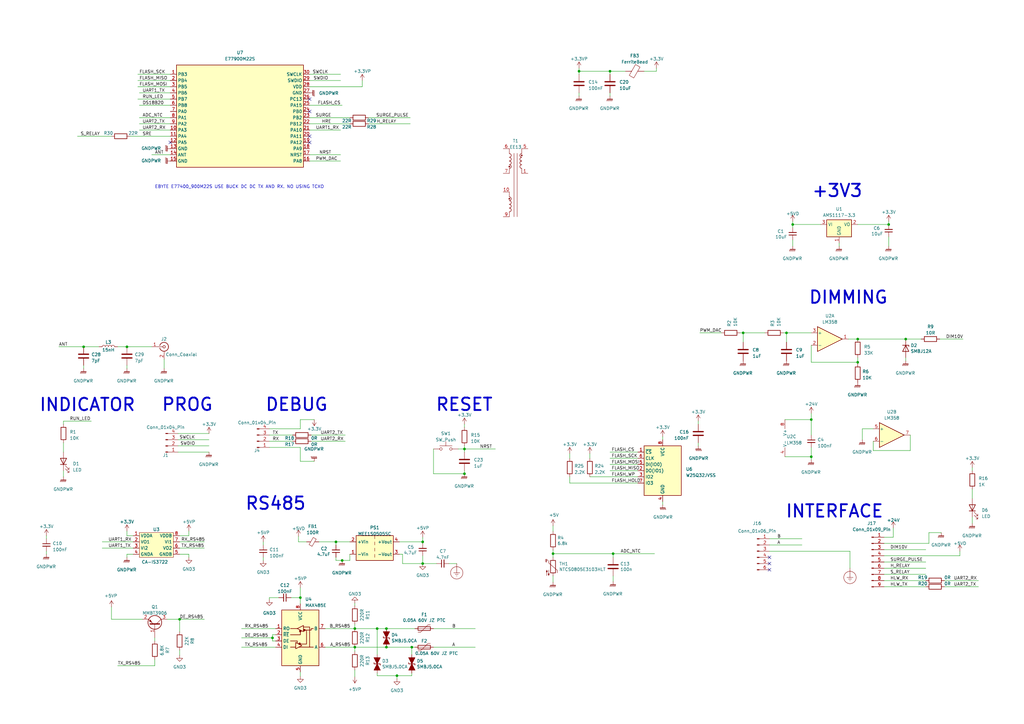
<source format=kicad_sch>
(kicad_sch (version 20230121) (generator eeschema)
  (paper "A3")
  (junction (at 34.29 142.24))
  (junction (at 145.542 265.43))
  (junction (at 226.822 227.076))
  (junction (at 154.686 257.81))
  (junction (at 190.5 184.15))
  (junction (at 332.74 187.325))
  (junction (at 158.496 265.43))
  (junction (at 162.814 277.114))
  (junction (at 351.79 148.59))
  (junction (at 52.07 142.24))
  (junction (at 332.74 172.085))
  (junction (at 364.49 92.075))
  (junction (at 145.542 257.81))
  (junction (at 111.76 261.62))
  (junction (at 190.5 194.31))
  (junction (at 237.49 29.21))
  (junction (at 251.46 227.076))
  (junction (at 351.79 139.065))
  (junction (at 371.475 139.065))
  (junction (at 250.19 29.21))
  (junction (at 304.8 136.525))
  (junction (at 173.355 231.14))
  (junction (at 173.355 222.25))
  (junction (at 158.496 257.81))
  (junction (at 140.335 229.87))
  (junction (at 73.66 254))
  (junction (at 168.91 265.43))
  (junction (at 325.12 92.075))
  (junction (at 322.58 136.525))
  (junction (at 137.795 222.25))
  (junction (at 123.19 245.11))
  (no_connect (at 127 40.64))
  (no_connect (at 127 45.72))
  (no_connect (at 127 58.42))
  (no_connect (at 127 55.88))
  (no_connect (at 315.595 233.68))
  (no_connect (at 315.595 231.14))
  (no_connect (at 69.85 58.42))
  (no_connect (at 315.595 228.6))
  (wire (pts (xy 151.13 50.8) (xy 168.275 50.8)))
  (wire (pts (xy 41.91 222.25) (xy 54.61 222.25)))
  (wire (pts (xy 63.5 262.89) (xy 63.5 261.62)))
  (wire (pts (xy 54.61 219.71) (xy 52.07 219.71)))
  (wire (pts (xy 177.8 194.31) (xy 190.5 194.31)))
  (wire (pts (xy 127.635 178.435) (xy 141.605 178.435)))
  (wire (pts (xy 73.025 177.8) (xy 85.725 177.8)))
  (wire (pts (xy 127 50.8) (xy 143.51 50.8)))
  (wire (pts (xy 111.76 260.35) (xy 111.76 261.62)))
  (wire (pts (xy 69.85 55.88) (xy 53.34 55.88)))
  (wire (pts (xy 287.02 136.525) (xy 295.91 136.525)))
  (wire (pts (xy 237.49 29.21) (xy 237.49 30.48)))
  (wire (pts (xy 119.38 245.11) (xy 123.19 245.11)))
  (wire (pts (xy 56.515 30.48) (xy 69.85 30.48)))
  (wire (pts (xy 145.542 256.032) (xy 145.542 257.81)))
  (wire (pts (xy 398.78 191.77) (xy 398.78 193.04)))
  (wire (pts (xy 57.15 43.18) (xy 69.85 43.18)))
  (wire (pts (xy 123.19 241.046) (xy 123.19 245.11)))
  (wire (pts (xy 128.905 189.23) (xy 123.19 189.23)))
  (wire (pts (xy 168.91 277.114) (xy 168.91 276.098)))
  (wire (pts (xy 250.19 185.42) (xy 261.62 185.42)))
  (wire (pts (xy 162.814 277.114) (xy 162.814 278.384)))
  (wire (pts (xy 154.686 276.098) (xy 154.686 277.114)))
  (wire (pts (xy 19.05 226.06) (xy 19.05 227.33)))
  (wire (pts (xy 111.76 262.89) (xy 113.03 262.89)))
  (wire (pts (xy 68.58 254) (xy 73.66 254)))
  (wire (pts (xy 165.1 227.33) (xy 165.1 231.14)))
  (wire (pts (xy 237.49 27.94) (xy 237.49 29.21)))
  (wire (pts (xy 162.814 277.114) (xy 168.91 277.114)))
  (wire (pts (xy 304.8 136.525) (xy 313.69 136.525)))
  (wire (pts (xy 41.91 224.79) (xy 54.61 224.79)))
  (wire (pts (xy 128.905 172.085) (xy 123.19 172.085)))
  (wire (pts (xy 190.5 184.15) (xy 190.5 185.42)))
  (wire (pts (xy 127 63.5) (xy 139.7 63.5)))
  (wire (pts (xy 26.035 173.99) (xy 26.035 172.72)))
  (wire (pts (xy 325.12 98.425) (xy 325.12 100.965)))
  (wire (pts (xy 140.335 43.18) (xy 127 43.18)))
  (wire (pts (xy 173.355 220.345) (xy 173.355 222.25)))
  (wire (pts (xy 73.66 266.7) (xy 73.66 268.732)))
  (wire (pts (xy 57.15 38.1) (xy 69.85 38.1)))
  (wire (pts (xy 381 218.44) (xy 381 222.885)))
  (wire (pts (xy 26.035 181.61) (xy 26.035 185.42)))
  (wire (pts (xy 77.47 217.805) (xy 77.47 219.71)))
  (wire (pts (xy 123.19 189.23) (xy 123.19 183.515)))
  (wire (pts (xy 73.66 254) (xy 73.66 259.08)))
  (wire (pts (xy 52.07 219.71) (xy 52.07 217.805)))
  (wire (pts (xy 351.79 92.075) (xy 364.49 92.075)))
  (wire (pts (xy 332.74 187.325) (xy 332.74 188.595)))
  (wire (pts (xy 177.8 265.43) (xy 194.945 265.43)))
  (wire (pts (xy 250.19 187.96) (xy 261.62 187.96)))
  (wire (pts (xy 358.14 184.785) (xy 373.38 184.785)))
  (wire (pts (xy 154.686 257.81) (xy 154.686 268.478)))
  (wire (pts (xy 362.585 230.505) (xy 379.73 230.505)))
  (wire (pts (xy 52.07 149.86) (xy 52.07 151.13)))
  (wire (pts (xy 19.05 219.71) (xy 19.05 220.98)))
  (wire (pts (xy 226.822 215.646) (xy 226.822 217.932)))
  (wire (pts (xy 48.26 273.05) (xy 63.5 273.05)))
  (wire (pts (xy 332.74 183.515) (xy 332.74 187.325)))
  (wire (pts (xy 371.475 139.065) (xy 377.825 139.065)))
  (wire (pts (xy 158.496 257.81) (xy 170.18 257.81)))
  (wire (pts (xy 226.822 227.076) (xy 251.46 227.076)))
  (wire (pts (xy 233.68 186.055) (xy 233.68 187.96)))
  (wire (pts (xy 137.795 228.6) (xy 137.795 229.87)))
  (wire (pts (xy 168.275 48.26) (xy 151.13 48.26)))
  (wire (pts (xy 269.24 27.94) (xy 269.24 29.21)))
  (wire (pts (xy 250.19 38.1) (xy 250.19 39.37)))
  (wire (pts (xy 362.585 235.585) (xy 379.73 235.585)))
  (wire (pts (xy 177.8 184.15) (xy 177.8 194.31)))
  (wire (pts (xy 110.49 245.11) (xy 110.49 245.872)))
  (wire (pts (xy 190.5 182.88) (xy 190.5 184.15)))
  (wire (pts (xy 315.595 226.06) (xy 348.615 226.06)))
  (wire (pts (xy 173.355 222.25) (xy 173.355 222.885)))
  (wire (pts (xy 73.025 180.34) (xy 85.725 180.34)))
  (wire (pts (xy 73.025 182.88) (xy 85.725 182.88)))
  (wire (pts (xy 190.5 184.15) (xy 203.2 184.15)))
  (wire (pts (xy 304.8 140.335) (xy 304.8 136.525)))
  (wire (pts (xy 31.75 55.88) (xy 45.72 55.88)))
  (wire (pts (xy 271.78 179.07) (xy 271.78 180.34)))
  (wire (pts (xy 143.51 229.87) (xy 143.51 227.33)))
  (wire (pts (xy 351.79 148.59) (xy 351.79 149.225)))
  (wire (pts (xy 190.5 193.04) (xy 190.5 194.31)))
  (wire (pts (xy 34.29 149.86) (xy 34.29 151.13)))
  (wire (pts (xy 250.19 29.21) (xy 256.54 29.21)))
  (wire (pts (xy 251.46 227.076) (xy 268.478 227.076)))
  (wire (pts (xy 52.07 227.33) (xy 52.07 228.6)))
  (wire (pts (xy 140.335 229.87) (xy 143.51 229.87)))
  (wire (pts (xy 110.49 178.435) (xy 120.015 178.435)))
  (wire (pts (xy 110.49 183.515) (xy 123.19 183.515)))
  (wire (pts (xy 99.06 265.43) (xy 113.03 265.43)))
  (wire (pts (xy 373.38 184.785) (xy 373.38 178.435)))
  (wire (pts (xy 56.515 35.56) (xy 69.85 35.56)))
  (wire (pts (xy 173.355 231.14) (xy 179.07 231.14)))
  (wire (pts (xy 362.585 233.045) (xy 379.73 233.045)))
  (wire (pts (xy 145.542 265.43) (xy 158.496 265.43)))
  (wire (pts (xy 168.91 265.43) (xy 168.91 268.478)))
  (wire (pts (xy 122.428 222.25) (xy 122.428 219.964)))
  (wire (pts (xy 107.95 228.6) (xy 107.95 229.87)))
  (wire (pts (xy 145.542 265.43) (xy 145.542 267.208)))
  (wire (pts (xy 110.49 175.895) (xy 123.19 175.895)))
  (wire (pts (xy 130.81 222.25) (xy 137.795 222.25)))
  (wire (pts (xy 325.12 92.075) (xy 336.55 92.075)))
  (wire (pts (xy 332.74 169.545) (xy 332.74 172.085)))
  (wire (pts (xy 34.29 142.24) (xy 40.64 142.24)))
  (wire (pts (xy 322.58 136.525) (xy 321.31 136.525)))
  (wire (pts (xy 358.14 180.975) (xy 358.14 184.785)))
  (wire (pts (xy 99.06 257.81) (xy 113.03 257.81)))
  (wire (pts (xy 52.07 142.24) (xy 62.23 142.24)))
  (wire (pts (xy 344.17 99.695) (xy 344.17 100.965)))
  (wire (pts (xy 63.5 273.05) (xy 63.5 270.51)))
  (wire (pts (xy 127.635 180.975) (xy 141.605 180.975)))
  (wire (pts (xy 269.24 29.21) (xy 264.16 29.21)))
  (wire (pts (xy 353.695 175.895) (xy 353.695 180.34)))
  (wire (pts (xy 386.08 218.44) (xy 381 218.44)))
  (wire (pts (xy 73.66 219.71) (xy 77.47 219.71)))
  (wire (pts (xy 148.59 35.56) (xy 148.59 33.02)))
  (wire (pts (xy 110.49 180.975) (xy 120.015 180.975)))
  (wire (pts (xy 332.74 148.59) (xy 351.79 148.59)))
  (wire (pts (xy 45.72 254) (xy 58.42 254)))
  (wire (pts (xy 251.46 236.22) (xy 251.46 238.506)))
  (wire (pts (xy 62.23 63.5) (xy 69.85 63.5)))
  (wire (pts (xy 347.98 139.065) (xy 351.79 139.065)))
  (wire (pts (xy 398.78 200.66) (xy 398.78 204.47)))
  (wire (pts (xy 325.12 92.075) (xy 325.12 93.345)))
  (wire (pts (xy 187.96 184.15) (xy 190.5 184.15)))
  (wire (pts (xy 168.91 265.43) (xy 158.496 265.43)))
  (wire (pts (xy 364.49 97.155) (xy 364.49 100.965)))
  (wire (pts (xy 190.5 173.99) (xy 190.5 175.26)))
  (wire (pts (xy 250.19 29.21) (xy 250.19 30.48)))
  (wire (pts (xy 250.19 190.5) (xy 261.62 190.5)))
  (wire (pts (xy 77.47 227.33) (xy 77.47 228.6)))
  (wire (pts (xy 127 33.02) (xy 139.7 33.02)))
  (wire (pts (xy 163.83 222.25) (xy 173.355 222.25)))
  (wire (pts (xy 73.66 222.25) (xy 83.82 222.25)))
  (wire (pts (xy 137.795 222.25) (xy 137.795 223.52)))
  (wire (pts (xy 271.78 205.74) (xy 271.78 207.01)))
  (wire (pts (xy 57.15 48.26) (xy 69.85 48.26)))
  (wire (pts (xy 107.95 222.25) (xy 107.95 223.52)))
  (wire (pts (xy 226.822 225.552) (xy 226.822 227.076)))
  (wire (pts (xy 24.13 142.24) (xy 34.29 142.24)))
  (wire (pts (xy 286.385 181.61) (xy 286.385 182.88)))
  (wire (pts (xy 286.385 172.72) (xy 286.385 173.99)))
  (wire (pts (xy 321.945 187.325) (xy 332.74 187.325)))
  (wire (pts (xy 145.542 274.828) (xy 145.542 277.622)))
  (wire (pts (xy 321.945 172.085) (xy 332.74 172.085)))
  (wire (pts (xy 127 53.34) (xy 139.7 53.34)))
  (wire (pts (xy 177.8 257.81) (xy 194.945 257.81)))
  (wire (pts (xy 127 30.48) (xy 139.7 30.48)))
  (wire (pts (xy 127 35.56) (xy 148.59 35.56)))
  (wire (pts (xy 165.1 231.14) (xy 173.355 231.14)))
  (wire (pts (xy 233.68 198.12) (xy 261.62 198.12)))
  (wire (pts (xy 113.03 260.35) (xy 111.76 260.35)))
  (wire (pts (xy 170.18 265.43) (xy 168.91 265.43)))
  (wire (pts (xy 362.585 225.425) (xy 379.73 225.425)))
  (wire (pts (xy 325.12 90.805) (xy 325.12 92.075)))
  (wire (pts (xy 123.19 275.59) (xy 123.19 277.368)))
  (wire (pts (xy 45.72 248.92) (xy 45.72 254)))
  (wire (pts (xy 133.35 265.43) (xy 145.542 265.43)))
  (wire (pts (xy 123.19 175.895) (xy 123.19 172.085)))
  (wire (pts (xy 358.14 175.895) (xy 353.695 175.895)))
  (wire (pts (xy 133.35 257.81) (xy 145.542 257.81)))
  (wire (pts (xy 173.355 227.965) (xy 173.355 231.14)))
  (wire (pts (xy 398.78 212.09) (xy 398.78 214.63)))
  (wire (pts (xy 57.15 50.8) (xy 69.85 50.8)))
  (wire (pts (xy 241.935 186.055) (xy 241.935 187.96)))
  (wire (pts (xy 315.595 220.98) (xy 328.93 220.98)))
  (wire (pts (xy 73.66 254) (xy 83.82 254)))
  (wire (pts (xy 137.795 222.25) (xy 143.51 222.25)))
  (wire (pts (xy 56.515 33.02) (xy 69.85 33.02)))
  (wire (pts (xy 54.61 227.33) (xy 52.07 227.33)))
  (wire (pts (xy 362.585 238.125) (xy 379.73 238.125)))
  (wire (pts (xy 385.445 139.065) (xy 394.97 139.065)))
  (wire (pts (xy 57.15 53.34) (xy 69.85 53.34)))
  (wire (pts (xy 114.3 245.11) (xy 110.49 245.11)))
  (wire (pts (xy 56.515 40.64) (xy 69.85 40.64)))
  (wire (pts (xy 364.49 90.805) (xy 364.49 92.075)))
  (wire (pts (xy 139.7 66.04) (xy 127 66.04)))
  (wire (pts (xy 362.585 220.345) (xy 366.395 220.345)))
  (wire (pts (xy 304.8 136.525) (xy 303.53 136.525)))
  (wire (pts (xy 127 48.26) (xy 143.51 48.26)))
  (wire (pts (xy 351.79 139.065) (xy 371.475 139.065)))
  (wire (pts (xy 381 222.885) (xy 362.585 222.885)))
  (wire (pts (xy 184.15 231.14) (xy 187.325 231.14)))
  (wire (pts (xy 351.79 146.685) (xy 351.79 148.59)))
  (wire (pts (xy 366.395 216.535) (xy 366.395 220.345)))
  (wire (pts (xy 226.822 227.076) (xy 226.822 228.6)))
  (wire (pts (xy 387.35 238.125) (xy 401.32 238.125)))
  (wire (pts (xy 332.74 172.085) (xy 332.74 178.435)))
  (wire (pts (xy 154.686 277.114) (xy 162.814 277.114)))
  (wire (pts (xy 48.26 142.24) (xy 52.07 142.24)))
  (wire (pts (xy 393.7 226.06) (xy 393.7 227.965)))
  (wire (pts (xy 99.06 261.62) (xy 111.76 261.62)))
  (wire (pts (xy 233.68 198.12) (xy 233.68 195.58)))
  (wire (pts (xy 111.76 261.62) (xy 111.76 262.89)))
  (wire (pts (xy 371.475 146.685) (xy 371.475 147.955)))
  (wire (pts (xy 332.74 141.605) (xy 332.74 148.59)))
  (wire (pts (xy 362.585 240.665) (xy 379.73 240.665)))
  (wire (pts (xy 73.66 224.79) (xy 83.82 224.79)))
  (wire (pts (xy 145.542 247.396) (xy 145.542 248.412)))
  (wire (pts (xy 73.66 227.33) (xy 77.47 227.33)))
  (wire (pts (xy 241.935 195.58) (xy 261.62 195.58)))
  (wire (pts (xy 73.025 185.42) (xy 85.725 185.42)))
  (wire (pts (xy 123.19 245.11) (xy 123.19 247.65)))
  (wire (pts (xy 322.58 140.335) (xy 322.58 136.525)))
  (wire (pts (xy 26.035 172.72) (xy 37.465 172.72)))
  (wire (pts (xy 154.686 257.81) (xy 145.542 257.81)))
  (wire (pts (xy 26.035 193.04) (xy 26.035 195.58)))
  (wire (pts (xy 250.19 193.04) (xy 261.62 193.04)))
  (wire (pts (xy 237.49 29.21) (xy 250.19 29.21)))
  (wire (pts (xy 226.822 236.22) (xy 226.822 238.76)))
  (wire (pts (xy 387.35 240.665) (xy 401.32 240.665)))
  (wire (pts (xy 322.58 136.525) (xy 332.74 136.525)))
  (wire (pts (xy 315.595 223.52) (xy 328.93 223.52)))
  (wire (pts (xy 125.73 222.25) (xy 122.428 222.25)))
  (wire (pts (xy 348.615 226.06) (xy 348.615 233.045)))
  (wire (pts (xy 154.686 257.81) (xy 158.496 257.81)))
  (wire (pts (xy 67.31 147.32) (xy 67.31 151.13)))
  (wire (pts (xy 251.46 228.6) (xy 251.46 227.076)))
  (wire (pts (xy 137.795 229.87) (xy 140.335 229.87)))
  (wire (pts (xy 393.7 227.965) (xy 362.585 227.965)))
  (wire (pts (xy 163.83 227.33) (xy 165.1 227.33)))
  (wire (pts (xy 237.49 38.1) (xy 237.49 39.37)))
  (text "RESET\n\n\n" (at 178.435 185.42 0) (effects (font (size 5.08 5.08) (thickness 0.762) bold) (justify left bottom)))
  (text "RS485\n\n" (at 100.33 217.805 0) (effects (font (size 5.08 5.08) (thickness 0.762) bold) (justify left bottom)))
  (text "PROG\n\n\n" (at 66.04 185.42 0) (effects (font (size 5.08 5.08) (thickness 0.762) bold) (justify left bottom)))
  (text "DEBUG\n\n\n" (at 108.585 185.42 0) (effects (font (size 5.08 5.08) (thickness 0.762) bold) (justify left bottom)))
  (text "INDICATOR\n\n\n\n" (at 15.875 193.675 0) (effects (font (size 5.08 5.08) (thickness 0.762) bold) (justify left bottom)))
  (text "+3V3\n\n" (at 332.74 89.535 0) (effects (font (size 5.08 5.08) (thickness 0.762) bold) (justify left bottom)))
  (text "INTERFACE\n\n" (at 321.945 220.98 0) (effects (font (size 5.08 5.08) (thickness 0.762) bold) (justify left bottom)))
  (text "DIMMING\n" (at 331.47 125.095 0) (effects (font (size 5.08 5.08) (thickness 0.762) bold) (justify left bottom)))
  (text "EBYTE E77400_900M22S USE BUCK DC DC TX AND RX. NO USING TCXO\n" (at 63.5 77.47 0) (effects (font (size 1.27 1.27)) (justify left bottom)))
  (label "UART1_RX" (at 129.54 53.34 0))
  (label "HRE" (at 135.89 50.8 180))
  (label "HLW_RX" (at 365.125 238.125 0))
  (label "TX_RS485" (at 100.33 265.43 0))
  (label "SWCLK" (at 80.01 180.34 180))
  (label "DIM10V" (at 365.125 225.425 0))
  (label "FLASH_MISO" (at 57.15 33.02 0))
  (label "ANT" (at 24.13 142.24 0))
  (label "B" (at 185.42 257.81 0))
  (label "RX" (at 111.76 180.975 0))
  (label "FLASH_MISO" (at 250.825 193.04 0))
  (label "ANT" (at 63.5 63.5 0))
  (label "RUN_LED" (at 58.42 40.64 0))
  (label "FLASH_WP" (at 250.825 195.58 0))
  (label "FLASH_SCK" (at 250.825 187.96 0))
  (label "S_RELAY" (at 365.125 235.585 0))
  (label "DE_RS485" (at 73.66 254 0))
  (label "FLASH_SCK" (at 57.15 30.48 0))
  (label "H_RELAY" (at 162.56 50.8 180))
  (label "UART2_RX" (at 131.445 180.975 0))
  (label "RX_RS485" (at 100.33 257.81 0))
  (label "SURGE_PULSE" (at 365.125 230.505 0))
  (label "A" (at 318.77 223.52 0))
  (label "A" (at 185.42 265.43 0))
  (label "HLW_TX" (at 365.125 240.665 0))
  (label "FLASH_CS" (at 250.825 185.42 0))
  (label "UART1_TX" (at 44.45 224.79 0))
  (label "PWM_DAC" (at 138.43 66.04 180))
  (label "B_RS485" (at 135.128 257.81 0))
  (label "NRST" (at 196.85 184.15 0))
  (label "SWCLK" (at 134.62 30.48 180))
  (label "TX_RS485" (at 74.295 224.79 0))
  (label "SWDIO" (at 80.01 182.88 180))
  (label "A_RS485" (at 135.382 265.43 0))
  (label "UART1_TX" (at 58.42 38.1 0))
  (label "FLASH_MOSI" (at 57.15 35.56 0))
  (label "SRE" (at 58.42 55.88 0))
  (label "SWDIO" (at 134.62 33.02 180))
  (label "DIM10V" (at 387.985 139.065 0))
  (label "ADC_NTC" (at 58.42 48.26 0))
  (label "NRST" (at 135.89 63.5 180))
  (label "RUN_LED" (at 28.575 172.72 0))
  (label "SURGE_PULSE" (at 167.64 48.26 180))
  (label "UART1_RX" (at 44.45 222.25 0))
  (label "DE_RS485" (at 100.33 261.62 0))
  (label "TX_RS485" (at 48.26 273.05 0))
  (label "PWM_DAC" (at 287.02 136.525 0))
  (label "S_RELAY" (at 33.02 55.88 0))
  (label "FLASH_MOSI" (at 250.825 190.5 0))
  (label "B" (at 318.77 220.98 0))
  (label "RX_RS485" (at 74.295 222.25 0))
  (label "FLASH_CS" (at 139.7 43.18 180))
  (label "UART2_TX" (at 131.445 178.435 0))
  (label "FLASH_HOLD" (at 250.825 198.12 0))
  (label "UART2_RX" (at 58.42 53.34 0))
  (label "SURGE" (at 135.89 48.26 180))
  (label "UART2_TX" (at 391.16 240.665 0))
  (label "ADC_NTC" (at 254.508 227.076 0))
  (label "UART2_TX" (at 58.42 50.8 0))
  (label "DS18B20" (at 58.42 43.18 0))
  (label "UART2_RX" (at 391.16 238.125 0))
  (label "TX" (at 111.76 178.435 0))
  (label "H_RELAY" (at 365.125 233.045 0))
  (symbol (lib_id "Converter_DCDC:MEE1S0505SC") (at 153.67 224.79 0) (unit 1)
    (property "Reference" "PS1" (at 153.67 216.408 0))
    (property "Value" "MEE1S0505SC" (at 153.67 218.948 0))
    (property "Footprint" "Converter_DCDC:Converter_DCDC_Murata_MEE1SxxxxSC_THT" (effects hide))
    (property "Datasheet" "https://power.murata.com/pub/data/power/ncl/kdc_mee1.pdf" (effects hide))
  )
  (symbol (lib_id "Device:C_Small") (at 107.95 226.06 0) (unit 1)
    (property "Reference" "C11" (at 110.49 225.4313 0) (effects (justify left)))
    (property "Value" "100nF" (at 110.49 227.9713 0) (effects (justify left)))
    (property "Footprint" "Capacitor_SMD:C_0603_1608Metric" (effects hide))
  )
  (symbol (lib_id "power:GNDPWR") (at 322.58 147.955 0) (unit 1)
    (property "Reference" "#PWR020" (effects hide))
    (property "Value" "GNDPWR" (at 322.453 153.035 0))
  )
  (symbol (lib_id "power:Earth_Protective") (at 348.615 233.045 0) (unit 1)
    (property "Reference" "#PWR068" (effects hide))
    (property "Value" "Earth_Protective" (effects hide))
  )
  (symbol (lib_id "Device:C_Small") (at 325.12 95.885 180) (unit 1)
    (property "Reference" "C1" (at 321.564 94.869 0) (effects (justify left)))
    (property "Value" "10uF" (at 322.834 97.155 0) (effects (justify left)))
    (property "Footprint" "Capacitor_SMD:C_1206_3216Metric" (effects hide))
  )
  (symbol (lib_id "power:+3.3V") (at 19.05 219.71 0) (unit 1)
    (property "Reference" "#PWR021" (effects hide))
    (property "Value" "+3.3V" (at 19.05 215.9 0))
  )
  (symbol (lib_id "Device:C_Small") (at 181.61 231.14 90) (unit 1)
    (property "Reference" "C7" (at 181.6163 226.06 90))
    (property "Value" "4.7nF" (at 181.6163 228.6 90))
    (property "Footprint" "Capacitor_THT:C_Disc_D5.0mm_W2.5mm_P5.00mm" (effects hide))
  )
  (symbol (lib_id "Interface_UART:MAX485E") (at 123.19 260.35 0) (unit 1)
    (property "Reference" "U4" (at 125.1459 245.745 0) (effects (justify left)))
    (property "Value" "MAX485E" (at 125.1459 248.285 0) (effects (justify left)))
    (property "Footprint" "Package_SO:SOIC-8_3.9x4.9mm_P1.27mm" (effects hide))
    (property "Datasheet" "https://datasheets.maximintegrated.com/en/ds/MAX1487E-MAX491E.pdf" (effects hide))
  )
  (symbol (lib_id "power:GNDPWR") (at 190.5 194.31 0) (unit 1)
    (property "Reference" "#PWR074" (effects hide))
    (property "Value" "GNDPWR" (at 190.373 199.39 0))
  )
  (symbol (lib_id "Transistor_BJT:MMBT3906") (at 63.5 256.54 270) (mirror x) (unit 1)
    (property "Reference" "Q1" (at 63.5 248.92 90))
    (property "Value" "MMBT3906" (at 63.5 251.46 90))
    (property "Footprint" "Package_TO_SOT_SMD:SOT-23" (effects hide))
    (property "Datasheet" "https://www.onsemi.com/pub/Collateral/2N3906-D.PDF" (effects hide))
  )
  (symbol (lib_id "Device:R") (at 351.79 153.035 180) (unit 1)
    (property "Reference" "R6" (at 353.695 152.4 0) (effects (justify right)))
    (property "Value" "10K" (at 353.695 154.94 0) (effects (justify right)))
    (property "Footprint" "Resistor_SMD:R_0603_1608Metric" (effects hide))
  )
  (symbol (lib_id "Device:C_Small") (at 364.49 94.615 180) (unit 1)
    (property "Reference" "C6" (at 360.934 93.599 0) (effects (justify left)))
    (property "Value" "10uF" (at 362.204 95.885 0) (effects (justify left)))
    (property "Footprint" "Capacitor_SMD:C_1206_3216Metric" (effects hide))
  )
  (symbol (lib_id "Switch:SW_Push") (at 182.88 184.15 0) (unit 1)
    (property "Reference" "SW1" (at 182.88 177.8 0))
    (property "Value" "SW_Push" (at 182.88 180.34 0))
    (property "Footprint" "Button_Switch_SMD:SW_SPST_CK_RS282G05A3" (effects hide))
  )
  (symbol (lib_id "Device:R") (at 26.035 177.8 0) (unit 1)
    (property "Reference" "R1" (at 28.575 177.165 0) (effects (justify left)))
    (property "Value" "10K" (at 28.575 179.705 0) (effects (justify left)))
    (property "Footprint" "Resistor_SMD:R_0603_1608Metric" (effects hide))
  )
  (symbol (lib_id "Device:R") (at 226.822 221.742 180) (unit 1)
    (property "Reference" "R4" (at 228.6 220.5736 0) (effects (justify right)))
    (property "Value" "6.8k" (at 228.6 222.885 0) (effects (justify right)))
    (property "Footprint" "Resistor_SMD:R_0603_1608Metric" (effects hide))
  )
  (symbol (lib_id "Device:R") (at 63.5 266.7 180) (unit 1)
    (property "Reference" "R7" (at 68.7578 266.7 90))
    (property "Value" "6.8K" (at 66.4464 266.7 90))
    (property "Footprint" "Resistor_SMD:R_0603_1608Metric" (effects hide))
  )
  (symbol (lib_id "power:GNDPWR") (at 271.78 207.01 0) (mirror y) (unit 1)
    (property "Reference" "#PWR056" (effects hide))
    (property "Value" "GNDPWR" (at 271.907 212.09 0))
  )
  (symbol (lib_id "power:+24V") (at 332.74 169.545 0) (unit 1)
    (property "Reference" "#PWR010" (effects hide))
    (property "Value" "+24V" (at 332.74 165.735 0))
  )
  (symbol (lib_id "Device:C") (at 250.19 34.29 0) (unit 1)
    (property "Reference" "C20" (at 254 33.655 0) (effects (justify left)))
    (property "Value" "10uF" (at 254 36.195 0) (effects (justify left)))
    (property "Footprint" "Capacitor_SMD:C_0603_1608Metric" (effects hide))
  )
  (symbol (lib_id "power:GNDPWR") (at 332.74 188.595 0) (unit 1)
    (property "Reference" "#PWR011" (effects hide))
    (property "Value" "GNDPWR" (at 332.613 193.675 0))
  )
  (symbol (lib_id "power:GNDPWR") (at 69.85 66.04 270) (unit 1)
    (property "Reference" "#PWR093" (effects hide))
    (property "Value" "GNDPWR" (at 66.04 65.913 90) (effects (justify right)))
  )
  (symbol (lib_id "power:GNDPWR") (at 386.08 218.44 0) (unit 1)
    (property "Reference" "#PWR02" (effects hide))
    (property "Value" "GNDPWR" (at 385.953 223.52 0))
  )
  (symbol (lib_id "Diode:Z2SMBxxx") (at 371.475 142.875 270) (unit 1)
    (property "Reference" "D2" (at 373.4816 141.6812 90) (effects (justify left)))
    (property "Value" "SMBJ12A" (at 373.4816 144.0434 90) (effects (justify left)))
    (property "Footprint" "Diode_SMD:D_SMB" (effects hide))
    (property "Datasheet" "https://diotec.com/tl_files/diotec/files/pdf/datasheets/z2smb1.pdf" (effects hide))
  )
  (symbol (lib_id "Connector:Conn_01x04_Pin") (at 105.41 180.975 0) (mirror x) (unit 1)
    (property "Reference" "J4" (at 105.41 184.785 0))
    (property "Value" "Conn_01x04_Pin" (at 105.41 173.355 0))
    (property "Footprint" "Connector_PinHeader_2.54mm:PinHeader_1x04_P2.54mm_Vertical" (effects hide))
  )
  (symbol (lib_id "Device:R") (at 147.32 50.8 270) (unit 1)
    (property "Reference" "R28" (at 152.4 52.07 90))
    (property "Value" "22R" (at 142.24 52.07 90))
    (property "Footprint" "Resistor_SMD:R_0603_1608Metric" (effects hide))
  )
  (symbol (lib_id "power:GND3") (at 110.49 245.872 0) (unit 1)
    (property "Reference" "#PWR034" (effects hide))
    (property "Value" "GND3" (at 110.49 251.46 0))
  )
  (symbol (lib_id "Device:C") (at 237.49 34.29 0) (unit 1)
    (property "Reference" "C14" (at 241.3 33.655 0) (effects (justify left)))
    (property "Value" "100nF" (at 241.3 36.195 0) (effects (justify left)))
    (property "Footprint" "Capacitor_SMD:C_0603_1608Metric" (effects hide))
  )
  (symbol (lib_id "power:+5VD") (at 393.7 226.06 0) (unit 1)
    (property "Reference" "#PWR065" (effects hide))
    (property "Value" "+5VD" (at 393.7 222.885 0))
  )
  (symbol (lib_id "Device:C_Small") (at 173.355 225.425 180) (unit 1)
    (property "Reference" "C5" (at 169.799 224.409 0) (effects (justify left)))
    (property "Value" "4.7uF" (at 171.069 226.695 0) (effects (justify left)))
    (property "Footprint" "Capacitor_SMD:C_0603_1608Metric" (effects hide))
  )
  (symbol (lib_id "power:GND3") (at 123.19 277.368 0) (unit 1)
    (property "Reference" "#PWR036" (effects hide))
    (property "Value" "GND3" (at 123.19 282.194 0))
  )
  (symbol (lib_id "power:GNDPWR") (at 26.035 195.58 0) (unit 1)
    (property "Reference" "#PWR04" (effects hide))
    (property "Value" "GNDPWR" (at 25.908 200.66 0))
  )
  (symbol (lib_id "power:GND3") (at 145.542 247.396 180) (unit 1)
    (property "Reference" "#PWR037" (effects hide))
    (property "Value" "GND3" (at 145.542 243.586 0))
  )
  (symbol (lib_id "power:GND3") (at 73.66 268.732 0) (unit 1)
    (property "Reference" "#PWR029" (effects hide))
    (property "Value" "GND3" (at 73.66 273.558 0))
  )
  (symbol (lib_id "Connector:Conn_01x04_Pin") (at 67.945 182.88 0) (mirror x) (unit 1)
    (property "Reference" "J1" (at 67.945 186.69 0))
    (property "Value" "Conn_01x04_Pin" (at 67.945 175.26 0))
    (property "Footprint" "Connector_PinHeader_2.54mm:PinHeader_1x04_P2.54mm_Vertical" (effects hide))
  )
  (symbol (lib_id "Device:Polyfuse") (at 173.99 265.43 270) (unit 1)
    (property "Reference" "F2" (at 173.99 262.89 90))
    (property "Value" "0.05A 60V JZ PTC" (at 179.07 267.97 90))
    (property "Footprint" "Resistor_SMD:R_1206_3216Metric" (effects hide))
  )
  (symbol (lib_id "Device:C") (at 251.46 232.41 0) (unit 1)
    (property "Reference" "C13" (at 254.381 231.2416 0) (effects (justify left)))
    (property "Value" "100n" (at 254.381 233.553 0) (effects (justify left)))
    (property "Footprint" "Capacitor_SMD:C_0603_1608Metric" (effects hide))
  )
  (symbol (lib_id "power:GND3") (at 77.47 228.6 0) (unit 1)
    (property "Reference" "#PWR028" (effects hide))
    (property "Value" "GND3" (at 77.47 233.426 0))
  )
  (symbol (lib_id "power:+24V") (at 366.395 216.535 0) (unit 1)
    (property "Reference" "#PWR01" (effects hide))
    (property "Value" "+24V" (at 366.395 213.36 0))
  )
  (symbol (lib_id "power:+3.3V") (at 85.725 177.8 0) (unit 1)
    (property "Reference" "#PWR076" (effects hide))
    (property "Value" "+3.3V" (at 85.725 173.99 0))
  )
  (symbol (lib_id "Device:R") (at 383.54 238.125 90) (unit 1)
    (property "Reference" "R19" (at 378.46 236.855 90))
    (property "Value" "0R" (at 388.62 236.855 90))
    (property "Footprint" "Resistor_SMD:R_0603_1608Metric" (effects hide))
  )
  (symbol (lib_id "power:GNDPWR") (at 52.07 151.13 0) (unit 1)
    (property "Reference" "#PWR090" (effects hide))
    (property "Value" "GNDPWR" (at 51.943 156.21 0))
  )
  (symbol (lib_id "Device:R") (at 145.542 252.222 180) (unit 1)
    (property "Reference" "R11" (at 150.7998 252.222 90))
    (property "Value" "220R" (at 148.4884 252.222 90))
    (property "Footprint" "Resistor_SMD:R_0805_2012Metric" (effects hide))
  )
  (symbol (lib_id "power:GNDPWR") (at 250.19 39.37 0) (unit 1)
    (property "Reference" "#PWR048" (effects hide))
    (property "Value" "GNDPWR" (at 250.063 44.45 0))
  )
  (symbol (lib_id "Device:R") (at 145.542 261.62 180) (unit 1)
    (property "Reference" "R12" (at 150.7998 261.62 90))
    (property "Value" "220R" (at 148.4884 261.62 90))
    (property "Footprint" "Resistor_SMD:R_0805_2012Metric" (effects hide))
  )
  (symbol (lib_id "power:+3.3V") (at 364.49 90.805 0) (unit 1)
    (property "Reference" "#PWR014" (effects hide))
    (property "Value" "+3.3V" (at 364.49 86.995 0))
  )
  (symbol (lib_id "power:GNDPWR") (at 371.475 147.955 0) (unit 1)
    (property "Reference" "#PWR030" (effects hide))
    (property "Value" "GNDPWR" (at 371.348 153.035 0))
  )
  (symbol (lib_id "Device:FerriteBead") (at 260.35 29.21 90) (unit 1)
    (property "Reference" "FB3" (at 260.2992 22.86 90))
    (property "Value" "FerriteBead" (at 260.2992 25.4 90))
    (property "Footprint" "Inductor_SMD:L_0603_1608Metric" (effects hide))
  )
  (symbol (lib_id "Device:R") (at 123.825 178.435 90) (mirror x) (unit 1)
    (property "Reference" "R18" (at 118.745 179.705 90))
    (property "Value" "0R" (at 128.905 179.705 90))
    (property "Footprint" "Resistor_SMD:R_0603_1608Metric" (effects hide))
  )
  (symbol (lib_id "Device:R") (at 398.78 196.85 0) (unit 1)
    (property "Reference" "R16" (at 401.32 196.215 0) (effects (justify left)))
    (property "Value" "1K" (at 401.32 198.755 0) (effects (justify left)))
    (property "Footprint" "Resistor_SMD:R_0603_1608Metric" (effects hide))
  )
  (symbol (lib_id "power:GNDPWR") (at 140.335 229.87 0) (unit 1)
    (property "Reference" "#PWR07" (effects hide))
    (property "Value" "GNDPWR" (at 140.208 234.95 0))
  )
  (symbol (lib_id "power:GNDPWR") (at 364.49 100.965 0) (unit 1)
    (property "Reference" "#PWR015" (effects hide))
    (property "Value" "GNDPWR" (at 364.363 106.045 0))
  )
  (symbol (lib_id "New_Library:CA-IS3722") (at 63.5 215.9 0) (unit 1)
    (property "Reference" "U3" (at 64.135 217.17 0))
    (property "Value" "CA-IS3722" (at 63.5 230.505 0))
    (property "Footprint" "Package_SO:SOP-8_3.9x4.9mm_P1.27mm" (effects hide))
    (property "Datasheet" "https://datasheet.lcsc.com/lcsc/2304140030_Chipanalog-CA-IS3722HS_C428879.pdf" (effects hide))
  )
  (symbol (lib_id "power:GNDPWR") (at 251.46 238.506 0) (unit 1)
    (property "Reference" "#PWR042" (effects hide))
    (property "Value" "GNDPWR" (at 251.333 243.586 0))
  )
  (symbol (lib_id "Device:R") (at 123.825 180.975 90) (mirror x) (unit 1)
    (property "Reference" "R17" (at 118.745 182.245 90))
    (property "Value" "0R" (at 128.905 182.245 90))
    (property "Footprint" "Resistor_SMD:R_0603_1608Metric" (effects hide))
  )
  (symbol (lib_id "power:GNDPWR") (at 237.49 39.37 0) (unit 1)
    (property "Reference" "#PWR047" (effects hide))
    (property "Value" "GNDPWR" (at 237.363 44.45 0))
  )
  (symbol (lib_id "power:+5VP") (at 45.72 248.92 0) (unit 1)
    (property "Reference" "#PWR023" (effects hide))
    (property "Value" "+5VP" (at 45.466 244.348 0))
  )
  (symbol (lib_id "power:+3.3V") (at 241.935 186.055 0) (mirror y) (unit 1)
    (property "Reference" "#PWR061" (effects hide))
    (property "Value" "+3.3V" (at 241.935 182.245 0))
  )
  (symbol (lib_id "Device:LED") (at 26.035 189.23 90) (unit 1)
    (property "Reference" "D1" (at 29.845 190.1825 90) (effects (justify right)))
    (property "Value" "LED" (at 29.845 192.7225 90) (effects (justify right)))
    (property "Footprint" "LED_SMD:LED_0603_1608Metric" (effects hide))
  )
  (symbol (lib_id "power:GNDPWR") (at 52.07 228.6 0) (unit 1)
    (property "Reference" "#PWR025" (effects hide))
    (property "Value" "GNDPWR" (at 51.943 233.68 0))
  )
  (symbol (lib_id "Device:C_Small") (at 19.05 223.52 0) (unit 1)
    (property "Reference" "C10" (at 21.59 222.8913 0) (effects (justify left)))
    (property "Value" "100nF" (at 21.59 225.4313 0) (effects (justify left)))
    (property "Footprint" "Capacitor_SMD:C_0603_1608Metric" (effects hide))
  )
  (symbol (lib_id "power:GNDPWR") (at 286.385 182.88 0) (mirror y) (unit 1)
    (property "Reference" "#PWR051" (effects hide))
    (property "Value" "GNDPWR" (at 286.512 187.96 0))
  )
  (symbol (lib_id "power:+3.3V") (at 271.78 179.07 0) (mirror y) (unit 1)
    (property "Reference" "#PWR054" (effects hide))
    (property "Value" "+3.3V" (at 271.78 175.26 0))
  )
  (symbol (lib_id "Device:R") (at 147.32 48.26 270) (unit 1)
    (property "Reference" "R29" (at 152.4 49.53 90))
    (property "Value" "22R" (at 142.24 49.53 90))
    (property "Footprint" "Resistor_SMD:R_0603_1608Metric" (effects hide))
  )
  (symbol (lib_id "power:GNDPWR") (at 67.31 151.13 0) (unit 1)
    (property "Reference" "#PWR091" (effects hide))
    (property "Value" "GNDPWR" (at 67.183 156.21 0))
  )
  (symbol (lib_id "power:+5VD") (at 122.428 219.964 0) (unit 1)
    (property "Reference" "#PWR03" (effects hide))
    (property "Value" "+5VD" (at 122.428 216.789 0))
  )
  (symbol (lib_id "power:GNDPWR") (at 85.725 185.42 0) (unit 1)
    (property "Reference" "#PWR075" (effects hide))
    (property "Value" "GNDPWR" (at 85.598 190.5 0))
  )
  (symbol (lib_id "Device:C") (at 304.8 144.145 180) (unit 1)
    (property "Reference" "C8" (at 308.61 143.51 0) (effects (justify right)))
    (property "Value" "1uF" (at 308.61 146.05 0) (effects (justify right)))
    (property "Footprint" "Capacitor_SMD:C_0603_1608Metric" (effects hide))
  )
  (symbol (lib_id "ISO_UART_CH340-rescue:D_TVS_ALT-Device") (at 158.496 261.62 270) (unit 1)
    (property "Reference" "D4" (at 160.5026 260.4262 90) (effects (justify left)))
    (property "Value" "SMBJ5.0CA" (at 160.5026 262.7884 90) (effects (justify left)))
    (property "Footprint" "Diode_SMD:D_SMB" (effects hide))
    (property "NI MARK" "NI" (effects hide))
  )
  (symbol (lib_id "power:+3.3V") (at 190.5 173.99 0) (unit 1)
    (property "Reference" "#PWR073" (effects hide))
    (property "Value" "+3.3V" (at 190.5 170.18 0))
  )
  (symbol (lib_id "power:GNDPWR") (at 325.12 100.965 0) (unit 1)
    (property "Reference" "#PWR06" (effects hide))
    (property "Value" "GNDPWR" (at 324.993 106.045 0))
  )
  (symbol (lib_id "Device:R") (at 317.5 136.525 90) (unit 1)
    (property "Reference" "R3" (at 316.865 133.985 0) (effects (justify left)))
    (property "Value" "10K" (at 319.405 133.985 0) (effects (justify left)))
    (property "Footprint" "Resistor_SMD:R_0603_1608Metric" (effects hide))
  )
  (symbol (lib_id "power:GNDPWR") (at 34.29 151.13 0) (unit 1)
    (property "Reference" "#PWR089" (effects hide))
    (property "Value" "GNDPWR" (at 34.163 156.21 0))
  )
  (symbol (lib_id "EE13_6_6:EE13") (at 211.455 73.66 0) (unit 1)
    (property "Reference" "T1" (at 211.455 57.785 0))
    (property "Value" "EE13" (at 211.455 60.325 0))
    (property "Footprint" "EE13_6_6:BOBBIN_EE13_6_6" (effects hide))
    (property "Datasheet" "https://productfinder.pulseeng.com/products/datasheets/SPM2007_61.pdf" (effects hide))
  )
  (symbol (lib_id "power:GNDPWR") (at 69.85 60.96 270) (unit 1)
    (property "Reference" "#PWR092" (effects hide))
    (property "Value" "GNDPWR" (at 66.04 60.833 90) (effects (justify right)))
  )
  (symbol (lib_id "Amplifier_Operational:LM358") (at 324.485 179.705 0) (unit 3)
    (property "Reference" "U2" (at 322.58 179.07 0) (effects (justify left)))
    (property "Value" "LM358" (at 322.58 181.61 0) (effects (justify left)))
    (property "Footprint" "Package_SO:SOIC-8_3.9x4.9mm_P1.27mm" (effects hide))
    (property "Datasheet" "http://www.ti.com/lit/ds/symlink/lm2904-n.pdf" (effects hide))
  )
  (symbol (lib_id "ISO_UART_CH340-rescue:D_TVS_ALT-Device") (at 168.91 272.288 270) (unit 1)
    (property "Reference" "D5" (at 170.9166 271.0942 90) (effects (justify left)))
    (property "Value" "SMBJ5.0CA" (at 170.9166 273.4564 90) (effects (justify left)))
    (property "Footprint" "Diode_SMD:D_SMB" (effects hide))
    (property "NI MARK" "NI" (effects hide))
  )
  (symbol (lib_id "Device:C") (at 322.58 144.145 180) (unit 1)
    (property "Reference" "C9" (at 326.39 143.51 0) (effects (justify right)))
    (property "Value" "1uF" (at 326.39 146.05 0) (effects (justify right)))
    (property "Footprint" "Capacitor_SMD:C_0603_1608Metric" (effects hide))
  )
  (symbol (lib_id "power:+3.3V") (at 269.24 27.94 0) (unit 1)
    (property "Reference" "#PWR069" (effects hide))
    (property "Value" "+3.3V" (at 269.24 24.13 0))
  )
  (symbol (lib_id "Device:R") (at 233.68 191.77 180) (unit 1)
    (property "Reference" "R25" (at 235.585 191.135 0) (effects (justify right)))
    (property "Value" "2.2K" (at 235.585 193.675 0) (effects (justify right)))
    (property "Footprint" "Resistor_SMD:R_0603_1608Metric" (effects hide))
  )
  (symbol (lib_id "power:GNDPWR") (at 19.05 227.33 0) (unit 1)
    (property "Reference" "#PWR022" (effects hide))
    (property "Value" "GNDPWR" (at 18.923 232.41 0))
  )
  (symbol (lib_id "Device:R") (at 383.54 240.665 90) (unit 1)
    (property "Reference" "R20" (at 378.46 239.395 90))
    (property "Value" "0R" (at 388.62 239.395 90))
    (property "Footprint" "Resistor_SMD:R_0603_1608Metric" (effects hide))
  )
  (symbol (lib_id "Connector:Conn_Coaxial") (at 67.31 142.24 0) (unit 1)
    (property "Reference" "J2" (at 66.04 139.065 0) (effects (justify left)))
    (property "Value" "Conn_Coaxial" (at 67.945 145.415 0) (effects (justify left)))
    (property "Footprint" "Connector_Coaxial:SMA_Amphenol_132291-12_Vertical" (effects hide))
    (property "Datasheet" " ~" (effects hide))
  )
  (symbol (lib_id "Device:R") (at 73.66 262.89 180) (unit 1)
    (property "Reference" "R8" (at 78.9178 262.89 90))
    (property "Value" "22K" (at 76.6064 262.89 90))
    (property "Footprint" "Resistor_SMD:R_0603_1608Metric" (effects hide))
  )
  (symbol (lib_id "power:GNDPWR") (at 127 38.1 90) (unit 1)
    (property "Reference" "#PWR094" (effects hide))
    (property "Value" "GNDPWR" (at 130.81 38.227 90) (effects (justify right)))
  )
  (symbol (lib_id "power:GND3") (at 107.95 229.87 0) (unit 1)
    (property "Reference" "#PWR032" (effects hide))
    (property "Value" "GND3" (at 107.95 234.696 0))
  )
  (symbol (lib_id "Device:R") (at 351.79 142.875 180) (unit 1)
    (property "Reference" "R5" (at 354.33 142.24 0) (effects (justify right)))
    (property "Value" "33K" (at 354.33 144.78 0) (effects (justify right)))
    (property "Footprint" "Resistor_SMD:R_0603_1608Metric" (effects hide))
  )
  (symbol (lib_id "power:+5VP") (at 173.355 220.345 0) (unit 1)
    (property "Reference" "#PWR012" (effects hide))
    (property "Value" "+5VP" (at 173.355 216.535 0))
  )
  (symbol (lib_id "Amplifier_Operational:LM358") (at 365.76 178.435 0) (unit 2)
    (property "Reference" "U2" (at 365.76 168.91 0))
    (property "Value" "LM358" (at 365.76 171.45 0))
    (property "Footprint" "Package_SO:SOIC-8_3.9x4.9mm_P1.27mm" (effects hide))
    (property "Datasheet" "http://www.ti.com/lit/ds/symlink/lm2904-n.pdf" (effects hide))
  )
  (symbol (lib_id "Device:R") (at 190.5 179.07 0) (unit 1)
    (property "Reference" "R15" (at 193.04 178.435 0) (effects (justify left)))
    (property "Value" "10K" (at 193.04 180.975 0) (effects (justify left)))
    (property "Footprint" "Resistor_SMD:R_0603_1608Metric" (effects hide))
  )
  (symbol (lib_id "Library_Lora_Node_N7400M22S:E77400M22S") (at 72.39 26.67 0) (unit 1)
    (property "Reference" "U7" (at 98.425 21.59 0))
    (property "Value" "E77900M22S" (at 98.425 24.13 0))
    (property "Footprint" "Library:E77" (effects hide))
    (property "Datasheet" "https://www.ebyte.com/product-view-news.html?id=1890" (effects hide))
  )
  (symbol (lib_id "Device:R") (at 145.542 271.018 180) (unit 1)
    (property "Reference" "R13" (at 150.7998 271.018 90))
    (property "Value" "220R" (at 148.4884 271.018 90))
    (property "Footprint" "Resistor_SMD:R_0805_2012Metric" (effects hide))
  )
  (symbol (lib_id "power:GNDPWR") (at 351.79 156.845 0) (unit 1)
    (property "Reference" "#PWR026" (effects hide))
    (property "Value" "GNDPWR" (at 351.663 161.925 0))
  )
  (symbol (lib_id "power:GND3") (at 173.355 231.14 0) (unit 1)
    (property "Reference" "#PWR013" (effects hide))
    (property "Value" "GND3" (at 173.355 235.966 0))
  )
  (symbol (lib_id "ISO_UART_CH340-rescue:D_TVS_ALT-Device") (at 154.686 272.288 270) (unit 1)
    (property "Reference" "D3" (at 156.6926 271.0942 90) (effects (justify left)))
    (property "Value" "SMBJ5.0CA" (at 156.6926 273.4564 90) (effects (justify left)))
    (property "Footprint" "Diode_SMD:D_SMB" (effects hide))
    (property "NI MARK" "NI" (effects hide))
  )
  (symbol (lib_id "Device:C") (at 286.385 177.8 0) (mirror y) (unit 1)
    (property "Reference" "C16" (at 282.575 177.165 0) (effects (justify left)))
    (property "Value" "100nF" (at 282.575 179.705 0) (effects (justify left)))
    (property "Footprint" "Capacitor_SMD:C_0603_1608Metric" (effects hide))
  )
  (symbol (lib_id "Device:C_Small") (at 332.74 180.975 0) (unit 1)
    (property "Reference" "C4" (at 335.28 180.3463 0) (effects (justify left)))
    (property "Value" "100nF" (at 335.28 182.8863 0) (effects (justify left)))
    (property "Footprint" "Capacitor_SMD:C_0603_1608Metric" (effects hide))
  )
  (symbol (lib_id "power:+5V") (at 226.822 215.646 0) (unit 1)
    (property "Reference" "#PWR041" (effects hide))
    (property "Value" "+5V" (at 227.203 211.2518 0))
  )
  (symbol (lib_id "Device:FerriteBead_Small") (at 128.27 222.25 90) (unit 1)
    (property "Reference" "FB1" (at 128.2319 215.9 90))
    (property "Value" "100R" (at 128.2319 218.44 90))
    (property "Footprint" "Resistor_SMD:R_0603_1608Metric" (effects hide))
  )
  (symbol (lib_id "Device:Polyfuse") (at 173.99 257.81 270) (unit 1)
    (property "Reference" "F1" (at 173.99 252.095 90))
    (property "Value" "0.05A 60V JZ PTC" (at 173.99 254.4064 90))
    (property "Footprint" "Resistor_SMD:R_1206_3216Metric" (effects hide))
  )
  (symbol (lib_id "Device:C_Small") (at 137.795 226.06 180) (unit 1)
    (property "Reference" "C2" (at 134.239 225.044 0) (effects (justify left)))
    (property "Value" "4.7uF" (at 135.509 227.33 0) (effects (justify left)))
    (property "Footprint" "Capacitor_SMD:C_0603_1608Metric" (effects hide))
  )
  (symbol (lib_id "power:+3.3VP") (at 148.59 33.02 0) (unit 1)
    (property "Reference" "#PWR019" (effects hide))
    (property "Value" "+3.3VP" (at 148.59 29.21 0))
  )
  (symbol (lib_id "Device:L") (at 44.45 142.24 90) (unit 1)
    (property "Reference" "L3" (at 44.45 140.335 90))
    (property "Value" "15nH" (at 44.45 143.51 90))
    (property "Footprint" "Inductor_SMD:L_0603_1608Metric" (effects hide))
    (property "Datasheet" "https://product.tdk.com/en/system/files?file=dam/doc/product/inductor/inductor/smd/catalog/inductor_commercial_decoupling_mlz2012_en.pdf" (effects hide))
  )
  (symbol (lib_id "power:+5VP") (at 145.542 277.622 180) (unit 1)
    (property "Reference" "#PWR038" (effects hide))
    (property "Value" "+5VP" (at 145.542 282.702 0))
  )
  (symbol (lib_id "Device:C") (at 52.07 146.05 0) (unit 1)
    (property "Reference" "C29" (at 55.245 145.415 0) (effects (justify left)))
    (property "Value" "7pF" (at 55.245 147.955 0) (effects (justify left)))
    (property "Footprint" "Capacitor_SMD:C_0603_1608Metric" (effects hide))
  )
  (symbol (lib_id "power:GNDPWR") (at 128.905 189.23 0) (mirror x) (unit 1)
    (property "Reference" "#PWR080" (effects hide))
    (property "Value" "GNDPWR" (at 128.778 184.15 0))
  )
  (symbol (lib_id "power:+3.3V") (at 128.905 172.085 0) (mirror x) (unit 1)
    (property "Reference" "#PWR09" (effects hide))
    (property "Value" "+3.3V" (at 128.905 175.895 0))
  )
  (symbol (lib_id "power:GNDPWR") (at 398.78 214.63 0) (unit 1)
    (property "Reference" "#PWR083" (effects hide))
    (property "Value" "GNDPWR" (at 398.653 219.71 0))
  )
  (symbol (lib_id "Regulator_Linear:AMS1117-3.3") (at 344.17 92.075 0) (unit 1)
    (property "Reference" "U1" (at 344.17 85.725 0))
    (property "Value" "AMS1117-3.3" (at 344.17 88.265 0))
    (property "Footprint" "Package_TO_SOT_SMD:SOT-223-3_TabPin2" (effects hide))
    (property "Datasheet" "http://www.advanced-monolithic.com/pdf/ds1117.pdf" (effects hide))
  )
  (symbol (lib_id "Memory_Flash:W25Q32JVSS") (at 271.78 193.04 0) (unit 1)
    (property "Reference" "U6" (at 281.305 192.405 0) (effects (justify left)))
    (property "Value" "W25Q32JVSS" (at 281.305 194.945 0) (effects (justify left)))
    (property "Footprint" "Package_SO:SOIC-8_5.23x5.23mm_P1.27mm" (effects hide))
    (property "Datasheet" "http://www.winbond.com/resource-files/w25q32jv%20revg%2003272018%20plus.pdf" (effects hide))
  )
  (symbol (lib_id "Device:R") (at 241.935 191.77 180) (unit 1)
    (property "Reference" "R24" (at 243.84 191.135 0) (effects (justify right)))
    (property "Value" "2.2K" (at 243.84 193.675 0) (effects (justify right)))
    (property "Footprint" "Resistor_SMD:R_0603_1608Metric" (effects hide))
  )
  (symbol (lib_id "power:GNDPWR") (at 304.8 147.955 0) (unit 1)
    (property "Reference" "#PWR018" (effects hide))
    (property "Value" "GNDPWR" (at 304.673 153.035 0))
  )
  (symbol (lib_id "Device:C") (at 190.5 189.23 0) (unit 1)
    (property "Reference" "C23" (at 194.31 188.595 0) (effects (justify left)))
    (property "Value" "1uF" (at 194.31 191.135 0) (effects (justify left)))
    (property "Footprint" "Capacitor_SMD:C_0603_1608Metric" (effects hide))
  )
  (symbol (lib_id "power:+3.3V") (at 233.68 186.055 0) (mirror y) (unit 1)
    (property "Reference" "#PWR067" (effects hide))
    (property "Value" "+3.3V" (at 233.68 182.245 0))
  )
  (symbol (lib_id "power:GNDPWR") (at 344.17 100.965 0) (unit 1)
    (property "Reference" "#PWR08" (effects hide))
    (property "Value" "GNDPWR" (at 344.043 106.045 0))
  )
  (symbol (lib_id "Device:C_Small") (at 116.84 245.11 270) (unit 1)
    (property "Reference" "C12" (at 116.8336 240.03 90))
    (property "Value" "100nF" (at 116.8336 242.57 90))
    (property "Footprint" "Capacitor_SMD:C_0603_1608Metric" (effects hide))
  )
  (symbol (lib_id "power:+3.3V") (at 398.78 191.77 0) (unit 1)
    (property "Reference" "#PWR052" (effects hide))
    (property "Value" "+3.3V" (at 398.78 187.96 0))
  )
  (symbol (lib_id "Device:C") (at 34.29 146.05 0) (unit 1)
    (property "Reference" "C28" (at 37.465 145.415 0) (effects (justify left)))
    (property "Value" "7pF" (at 37.465 147.955 0) (effects (justify left)))
    (property "Footprint" "Capacitor_SMD:C_0603_1608Metric" (effects hide))
  )
  (symbol (lib_id "Device:R") (at 381.635 139.065 270) (unit 1)
    (property "Reference" "R9" (at 381.635 133.985 90))
    (property "Value" "10R" (at 381.635 136.525 90))
    (property "Footprint" "Resistor_SMD:R_1206_3216Metric" (effects hide))
  )
  (symbol (lib_id "power:GND3") (at 162.814 278.384 0) (unit 1)
    (property "Reference" "#PWR039" (effects hide))
    (property "Value" "GND3" (at 162.814 283.21 0))
  )
  (symbol (lib_id "power:Earth_Protective") (at 187.325 231.14 0) (unit 1)
    (property "Reference" "#PWR017" (effects hide))
    (property "Value" "Earth_Protective" (effects hide))
  )
  (symbol (lib_id "power:+5VD") (at 325.12 90.805 0) (unit 1)
    (property "Reference" "#PWR05" (effects hide))
    (property "Value" "+5VD" (at 325.12 87.63 0))
  )
  (symbol (lib_id "power:+5VP") (at 123.19 241.046 0) (unit 1)
    (property "Reference" "#PWR035" (effects hide))
    (property "Value" "+5VP" (at 123.19 237.236 0))
  )
  (symbol (lib_id "Device:R") (at 49.53 55.88 90) (unit 1)
    (property "Reference" "R30" (at 44.45 54.61 90))
    (property "Value" "22R" (at 54.61 54.61 90))
    (property "Footprint" "Resistor_SMD:R_0603_1608Metric" (effects hide))
  )
  (symbol (lib_id "power:+5VP") (at 77.47 217.805 0) (unit 1)
    (property "Reference" "#PWR027" (effects hide))
    (property "Value" "+5VP" (at 77.47 213.995 0))
  )
  (symbol (lib_id "Connector:Conn_01x09_Pin") (at 357.505 230.505 0) (unit 1)
    (property "Reference" "J17" (at 357.505 214.63 0))
    (property "Value" "Conn_01x09_Pin" (at 357.505 217.17 0))
    (property "Footprint" "Connector_PinSocket_2.54mm:PinSocket_1x09_P2.54mm_Vertical" (effects hide))
  )
  (symbol (lib_id "Connector:Conn_01x06_Pin") (at 310.515 226.06 0) (unit 1)
    (property "Reference" "J16" (at 310.515 214.63 0))
    (property "Value" "Conn_01x06_Pin" (at 310.515 217.805 0))
    (property "Footprint" "Connector_PinSocket_2.54mm:PinSocket_1x06_P2.54mm_Vertical" (effects hide))
  )
  (symbol (lib_id "power:GNDPWR") (at 226.822 238.76 0) (unit 1)
    (property "Reference" "#PWR040" (effects hide))
    (property "Value" "GNDPWR" (at 226.695 243.84 0))
  )
  (symbol (lib_id "Device:R") (at 299.72 136.525 90) (unit 1)
    (property "Reference" "R2" (at 299.085 133.985 0) (effects (justify left)))
    (property "Value" "10K" (at 301.625 133.985 0) (effects (justify left)))
    (property "Footprint" "Resistor_SMD:R_0603_1608Metric" (effects hide))
  )
  (symbol (lib_id "power:GNDPWR") (at 353.695 180.34 0) (unit 1)
    (property "Reference" "#PWR016" (effects hide))
    (property "Value" "GNDPWR" (at 353.568 185.42 0))
  )
  (symbol (lib_id "Amplifier_Operational:LM358") (at 340.36 139.065 0) (unit 1)
    (property "Reference" "U2" (at 340.36 129.54 0))
    (property "Value" "LM358" (at 340.36 132.08 0))
    (property "Footprint" "Package_SO:SOIC-8_3.9x4.9mm_P1.27mm" (effects hide))
    (property "Datasheet" "http://www.ti.com/lit/ds/symlink/lm2904-n.pdf" (effects hide))
  )
  (symbol (lib_id "power:+3.3V") (at 286.385 172.72 0) (mirror y) (unit 1)
    (property "Reference" "#PWR057" (effects hide))
    (property "Value" "+3.3V" (at 286.385 168.91 0))
  )
  (symbol (lib_id "power:+3.3V") (at 52.07 217.805 0) (unit 1)
    (property "Reference" "#PWR024" (effects hide))
    (property "Value" "+3.3V" (at 52.07 213.995 0))
  )
  (symbol (lib_id "power:+3.3VP") (at 237.49 27.94 0) (unit 1)
    (property "Reference" "#PWR033" (effects hide))
    (property "Value" "+3.3VP" (at 237.49 24.13 0))
  )
  (symbol (lib_id "Device:LED") (at 398.78 208.28 90) (unit 1)
    (property "Reference" "D6" (at 402.59 209.2325 90) (effects (justify right)))
    (property "Value" "LED" (at 402.59 211.7725 90) (effects (justify right)))
    (property "Footprint" "LED_SMD:LED_0603_1608Metric" (effects hide))
  )
  (symbol (lib_id "Device:Thermistor_NTC") (at 226.822 232.41 0) (unit 1)
    (property "Reference" "TH1" (at 229.3112 231.2416 0) (effects (justify left)))
    (property "Value" "NTCS0805E3103HLT" (at 229.3112 233.553 0) (effects (justify left)))
    (property "Footprint" "Resistor_SMD:R_0805_2012Metric_Pad1.20x1.40mm_HandSolder" (effects hide))
  )
  (symbol (lib_id "power:+5VP") (at 107.95 222.25 0) (unit 1)
    (property "Reference" "#PWR031" (effects hide))
    (property "Value" "+5VP" (at 107.95 218.44 0))
  )
)
</source>
